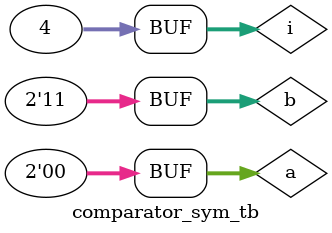
<source format=v>
module comparator_sym(
    input [1:0] a, b,
    output reg alb, aeb, agb
);
    always @ (*) begin
        agb = 0; alb = 0; aeb = 0;
        if (a>b) agb = 1;
        else if (a<b) alb = 1;
        else aeb = 1;
    end
    
endmodule

module comparator_sym_tb;
    reg [1:0] a, b;
    wire alb, aeb, agb;
    integer i;
    comparator_sym tb(a, b, alb, aeb, agb);
    initial begin
        for (i=0; i<4; i=i+1) 
            begin
                a = i;
                b = i+1;
                #20;
            end 
        for (i=0; i<4; i=i+1) 
            begin
                a = i;
                b = i;
                #20;
            end
        for (i=0; i<4; i=i+1) 
            begin
                a = i+1;
                b = i;
                #20;
            end
    end
endmodule

</source>
